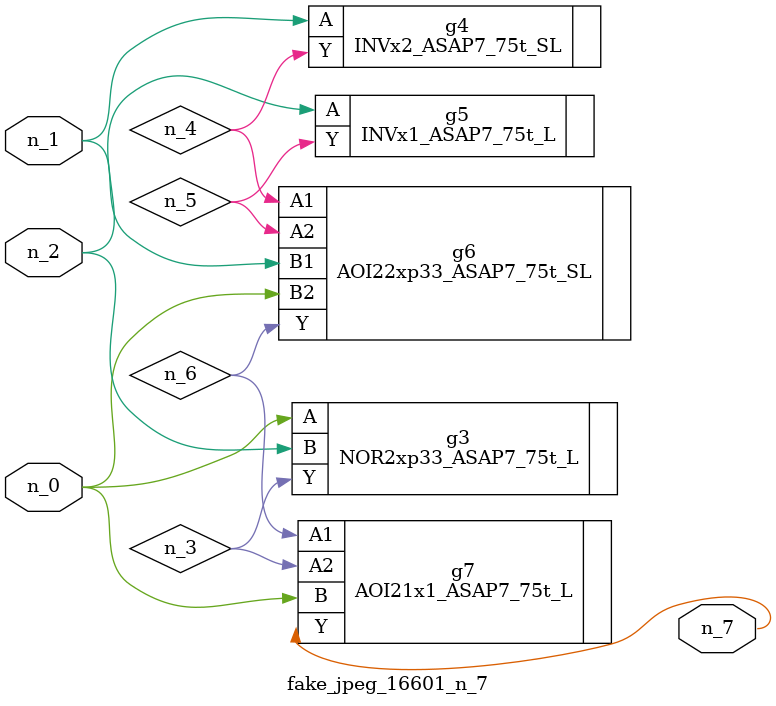
<source format=v>
module fake_jpeg_16601_n_7 (n_0, n_2, n_1, n_7);

input n_0;
input n_2;
input n_1;

output n_7;

wire n_3;
wire n_4;
wire n_6;
wire n_5;

NOR2xp33_ASAP7_75t_L g3 ( 
.A(n_0),
.B(n_2),
.Y(n_3)
);

INVx2_ASAP7_75t_SL g4 ( 
.A(n_1),
.Y(n_4)
);

INVx1_ASAP7_75t_L g5 ( 
.A(n_2),
.Y(n_5)
);

AOI22xp33_ASAP7_75t_SL g6 ( 
.A1(n_4),
.A2(n_5),
.B1(n_1),
.B2(n_0),
.Y(n_6)
);

AOI21x1_ASAP7_75t_L g7 ( 
.A1(n_6),
.A2(n_3),
.B(n_0),
.Y(n_7)
);


endmodule
</source>
